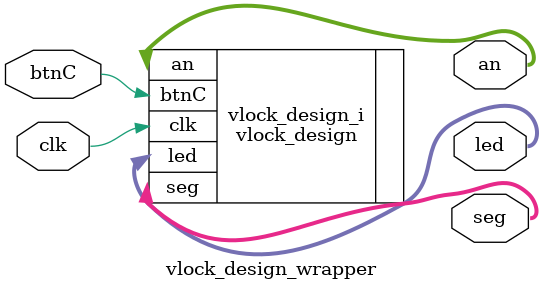
<source format=v>
`timescale 1 ps / 1 ps

module vlock_design_wrapper
   (an,
    btnC,
    clk,
    led,
    seg);
  output [7:0]an;
  input btnC;
  input clk;
  output [3:0]led;
  output [6:0]seg;

  wire [7:0]an;
  wire btnC;
  wire clk;
  wire [3:0]led;
  wire [6:0]seg;

  vlock_design vlock_design_i
       (.an(an),
        .btnC(btnC),
        .clk(clk),
        .led(led),
        .seg(seg));
endmodule

</source>
